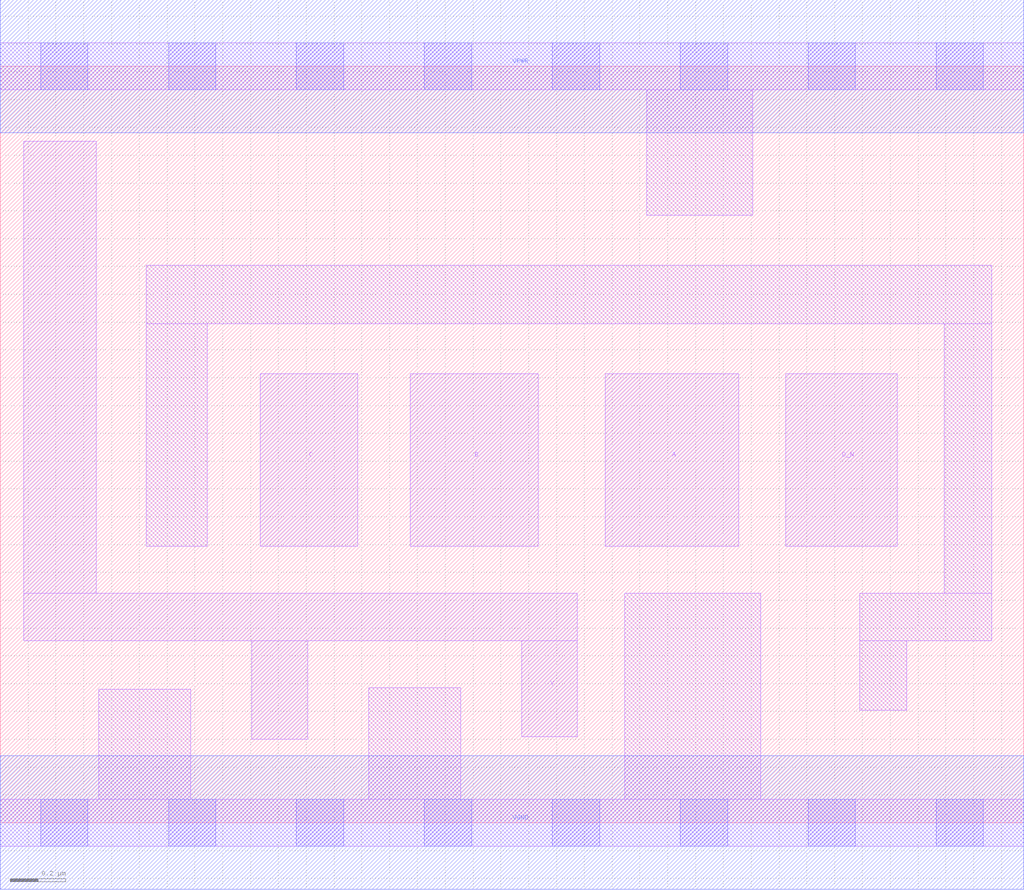
<source format=lef>
# Copyright 2020 The SkyWater PDK Authors
#
# Licensed under the Apache License, Version 2.0 (the "License");
# you may not use this file except in compliance with the License.
# You may obtain a copy of the License at
#
#     https://www.apache.org/licenses/LICENSE-2.0
#
# Unless required by applicable law or agreed to in writing, software
# distributed under the License is distributed on an "AS IS" BASIS,
# WITHOUT WARRANTIES OR CONDITIONS OF ANY KIND, either express or implied.
# See the License for the specific language governing permissions and
# limitations under the License.
#
# SPDX-License-Identifier: Apache-2.0

VERSION 5.7 ;
BUSBITCHARS "[]" ;
DIVIDERCHAR "/" ;
PROPERTYDEFINITIONS
  MACRO maskLayoutSubType STRING ;
  MACRO prCellType STRING ;
  MACRO originalViewName STRING ;
END PROPERTYDEFINITIONS
MACRO sky130_fd_sc_hdll__nor4b_1
  ORIGIN  0.000000  0.000000 ;
  CLASS CORE ;
  SYMMETRY X Y R90 ;
  SIZE  3.680000 BY  2.720000 ;
  SITE unithd ;
  PIN A
    ANTENNAGATEAREA  0.277500 ;
    DIRECTION INPUT ;
    USE SIGNAL ;
    PORT
      LAYER li1 ;
        RECT 2.175000 0.995000 2.655000 1.615000 ;
    END
  END A
  PIN B
    ANTENNAGATEAREA  0.277500 ;
    DIRECTION INPUT ;
    USE SIGNAL ;
    PORT
      LAYER li1 ;
        RECT 1.475000 0.995000 1.935000 1.615000 ;
    END
  END B
  PIN C
    ANTENNAGATEAREA  0.277500 ;
    DIRECTION INPUT ;
    USE SIGNAL ;
    PORT
      LAYER li1 ;
        RECT 0.935000 0.995000 1.285000 1.615000 ;
    END
  END C
  PIN D_N
    ANTENNAGATEAREA  0.138600 ;
    DIRECTION INPUT ;
    USE SIGNAL ;
    PORT
      LAYER li1 ;
        RECT 2.825000 0.995000 3.225000 1.615000 ;
    END
  END D_N
  PIN VGND
    DIRECTION INOUT ;
    USE SIGNAL ;
    PORT
      LAYER met1 ;
        RECT 0.000000 -0.240000 3.680000 0.240000 ;
    END
  END VGND
  PIN VPWR
    DIRECTION INOUT ;
    USE SIGNAL ;
    PORT
      LAYER met1 ;
        RECT 0.000000 2.480000 3.680000 2.960000 ;
    END
  END VPWR
  PIN Y
    ANTENNADIFFAREA  0.913500 ;
    DIRECTION OUTPUT ;
    USE SIGNAL ;
    PORT
      LAYER li1 ;
        RECT 0.085000 0.655000 2.075000 0.825000 ;
        RECT 0.085000 0.825000 0.345000 2.450000 ;
        RECT 0.905000 0.300000 1.105000 0.655000 ;
        RECT 1.875000 0.310000 2.075000 0.655000 ;
    END
  END Y
  OBS
    LAYER li1 ;
      RECT 0.000000 -0.085000 3.680000 0.085000 ;
      RECT 0.000000  2.635000 3.680000 2.805000 ;
      RECT 0.355000  0.085000 0.685000 0.480000 ;
      RECT 0.525000  0.995000 0.745000 1.795000 ;
      RECT 0.525000  1.795000 3.565000 2.005000 ;
      RECT 1.325000  0.085000 1.655000 0.485000 ;
      RECT 2.245000  0.085000 2.735000 0.825000 ;
      RECT 2.325000  2.185000 2.705000 2.635000 ;
      RECT 3.090000  0.405000 3.260000 0.655000 ;
      RECT 3.090000  0.655000 3.565000 0.825000 ;
      RECT 3.395000  0.825000 3.565000 1.795000 ;
    LAYER mcon ;
      RECT 0.145000 -0.085000 0.315000 0.085000 ;
      RECT 0.145000  2.635000 0.315000 2.805000 ;
      RECT 0.605000 -0.085000 0.775000 0.085000 ;
      RECT 0.605000  2.635000 0.775000 2.805000 ;
      RECT 1.065000 -0.085000 1.235000 0.085000 ;
      RECT 1.065000  2.635000 1.235000 2.805000 ;
      RECT 1.525000 -0.085000 1.695000 0.085000 ;
      RECT 1.525000  2.635000 1.695000 2.805000 ;
      RECT 1.985000 -0.085000 2.155000 0.085000 ;
      RECT 1.985000  2.635000 2.155000 2.805000 ;
      RECT 2.445000 -0.085000 2.615000 0.085000 ;
      RECT 2.445000  2.635000 2.615000 2.805000 ;
      RECT 2.905000 -0.085000 3.075000 0.085000 ;
      RECT 2.905000  2.635000 3.075000 2.805000 ;
      RECT 3.365000 -0.085000 3.535000 0.085000 ;
      RECT 3.365000  2.635000 3.535000 2.805000 ;
  END
  PROPERTY maskLayoutSubType "abstract" ;
  PROPERTY prCellType "standard" ;
  PROPERTY originalViewName "layout" ;
END sky130_fd_sc_hdll__nor4b_1

</source>
